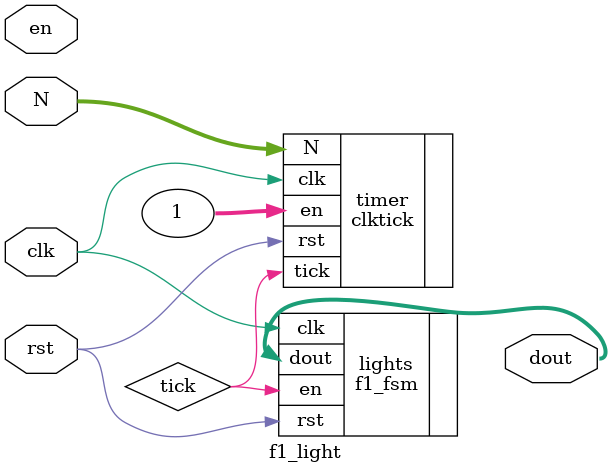
<source format=sv>
module f1_light #(

) (
    input  logic        clk,
    input  logic        en,
    input  logic        rst,
    input  logic [15:0] N,
    output logic [7:0]  dout
);

logic tick;

clktick timer (
    .N (N),
    .rst(rst),
    .clk(clk),
    .en(1),
    .tick(tick)
);

f1_fsm lights (
    .rst(rst),
    .en(tick),
    .clk(clk),
    .dout(dout)
);

endmodule

</source>
